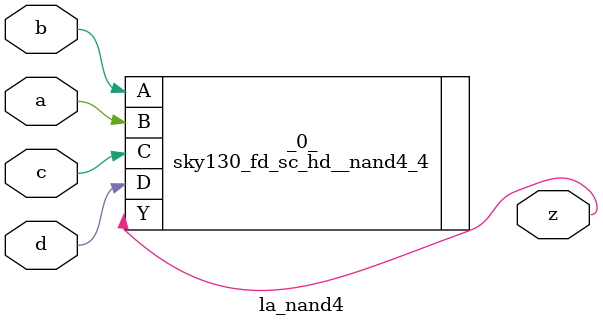
<source format=v>

/* Generated by Yosys 0.44 (git sha1 80ba43d26, g++ 11.4.0-1ubuntu1~22.04 -fPIC -O3) */

(* top =  1  *)
(* src = "inputs/la_nand4.v:10.1-22.10" *)
module la_nand4 (
    a,
    b,
    c,
    d,
    z
);
  (* src = "inputs/la_nand4.v:13.12-13.13" *)
  input a;
  wire a;
  (* src = "inputs/la_nand4.v:14.12-14.13" *)
  input b;
  wire b;
  (* src = "inputs/la_nand4.v:15.12-15.13" *)
  input c;
  wire c;
  (* src = "inputs/la_nand4.v:16.12-16.13" *)
  input d;
  wire d;
  (* src = "inputs/la_nand4.v:17.12-17.13" *)
  output z;
  wire z;
  sky130_fd_sc_hd__nand4_4 _0_ (
      .A(b),
      .B(a),
      .C(c),
      .D(d),
      .Y(z)
  );
endmodule

</source>
